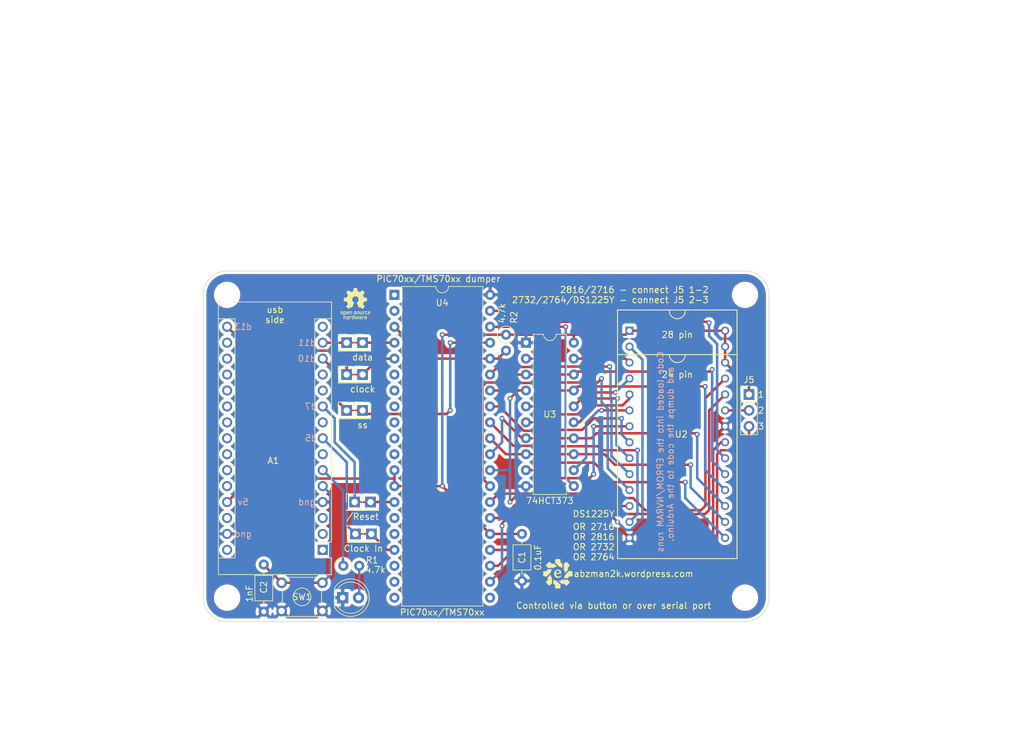
<source format=kicad_pcb>
(kicad_pcb (version 20211014) (generator pcbnew)
  (layers (0 "F.Cu" signal) (31 "B.Cu" signal) (34 "B.Paste" user) (35 "F.Paste" user) (36 "B.SilkS" user "B.Silkscreen") (37 "F.SilkS" user "F.Silkscreen") (38 "B.Mask" user) (39 "F.Mask" user) (44 "Edge.Cuts" user))
  (net 0 "")
  (net 7 "GND")
  (net 9 "Net-(A1-Pad5)")
  (net 11 "Net-(A1-Pad6)")
  (net 20 "{slash}INT1")
  (net 25 "{slash}RESET")
  (net 26 "XTAL2")
  (net 27 "B1")
  (net 28 "B2")
  (net 29 "D3")
  (net 30 "B5")
  (net 31 "B0")
  (net 32 "D5")
  (net 33 "D6")
  (net 34 "B4")
  (net 35 "Addr0")
  (net 36 "Addr4")
  (net 37 "C0")
  (net 38 "C4")
  (net 39 "C1")
  (net 40 "C5")
  (net 41 "Addr1")
  (net 42 "Addr5")
  (net 43 "Addr2")
  (net 44 "Addr6")
  (net 45 "C2")
  (net 46 "C6")
  (net 47 "C3")
  (net 48 "C7")
  (net 49 "Addr3")
  (net 50 "Addr7")
  (net 51 "B7")
  (net 52 "D4")
  (net 53 "D2")
  (net 54 "A0")
  (net 55 "D1")
  (net 56 "A1")
  (net 57 "D0")
  (net 58 "A2")
  (net 59 "A3")
  (net 60 "A4")
  (net 61 "A7")
  (net 62 "A6")
  (net 63 "A5")
  (net 64 "B3")
  (net 65 "XTAL1")
  (net 66 "D7")
  (net 67 "B6")
  (net 68 "Net-(J5-Pad2)")
  (net 69 "Net-(D1-Pad2)")
  (footprint "Button_Switch_THT:SW_TH_Tactile_Omron_B3F-10xx" (layer "F.Cu") (at 93.293 148.808 180)
    (fp_text reference "SW1" (at 3.25 2.25) (layer "F.SilkS"))
    (fp_text value "SW_MEC_5E")
    (pad "1" thru_hole circle locked (at 0 0 180) (size 1.7 1.7) (drill 1) (layers *.Cu *.Mask) (net 7 "GND"))
    (pad "2" thru_hole circle locked (at 6.5 0 180) (size 1.7 1.7) (drill 1) (layers *.Cu *.Mask) (net 7 "GND"))
    (pad "3" thru_hole circle locked (at 0 4.5 180) (size 1.7 1.7) (drill 1) (layers *.Cu *.Mask) (net 9 "Net-(A1-Pad5)"))
    (pad "4" thru_hole circle locked (at 6.5 4.5 180) (size 1.7 1.7) (drill 1) (layers *.Cu *.Mask) (net 9 "Net-(A1-Pad5)"))
  )
  (footprint "Package_DIP:DIP-40_W15.24mm" (layer "F.Cu") (at 104.77 98.43)
    (fp_text reference "U4" (at 7.62 1.265) (layer "F.SilkS"))
    (fp_text value "PIC70xx/TMS70xx" (at 7.62 50.59) (layer "F.SilkS"))
    (pad "1" thru_hole rect locked (at 0 0) (size 1.6 1.6) (drill 0.8) (layers *.Cu *.Mask) (net 30 "B5"))
    (pad "2" thru_hole oval locked (at 0 2.54) (size 1.6 1.6) (drill 0.8) (layers *.Cu *.Mask) (net 51 "B7"))
    (pad "3" thru_hole oval locked (at 0 5.08) (size 1.6 1.6) (drill 0.8) (layers *.Cu *.Mask) (net 31 "B0"))
    (pad "4" thru_hole oval locked (at 0 7.62) (size 1.6 1.6) (drill 0.8) (layers *.Cu *.Mask) (net 27 "B1"))
    (pad "5" thru_hole oval locked (at 0 10.16) (size 1.6 1.6) (drill 0.8) (layers *.Cu *.Mask) (net 28 "B2"))
    (pad "6" thru_hole oval locked (at 0 12.7) (size 1.6 1.6) (drill 0.8) (layers *.Cu *.Mask) (net 54 "A0"))
    (pad "7" thru_hole oval locked (at 0 15.24) (size 1.6 1.6) (drill 0.8) (layers *.Cu *.Mask) (net 56 "A1"))
    (pad "8" thru_hole oval locked (at 0 17.78) (size 1.6 1.6) (drill 0.8) (layers *.Cu *.Mask) (net 58 "A2"))
    (pad "9" thru_hole oval locked (at 0 20.32) (size 1.6 1.6) (drill 0.8) (layers *.Cu *.Mask) (net 59 "A3"))
    (pad "10" thru_hole oval locked (at 0 22.86) (size 1.6 1.6) (drill 0.8) (layers *.Cu *.Mask) (net 60 "A4"))
    (pad "11" thru_hole oval locked (at 0 25.4) (size 1.6 1.6) (drill 0.8) (layers *.Cu *.Mask) (net 61 "A7"))
    (pad "12" thru_hole oval locked (at 0 27.94) (size 1.6 1.6) (drill 0.8) (layers *.Cu *.Mask) (net 20 "{slash}INT1"))
    (pad "13" thru_hole oval locked (at 0 30.48) (size 1.6 1.6) (drill 0.8) (layers *.Cu *.Mask) (net 20 "{slash}INT1"))
    (pad "14" thru_hole oval locked (at 0 33.02) (size 1.6 1.6) (drill 0.8) (layers *.Cu *.Mask) (net 25 "{slash}RESET"))
    (pad "15" thru_hole oval locked (at 0 35.56) (size 1.6 1.6) (drill 0.8) (layers *.Cu *.Mask) (net 62 "A6"))
    (pad "16" thru_hole oval locked (at 0 38.1) (size 1.6 1.6) (drill 0.8) (layers *.Cu *.Mask) (net 63 "A5"))
    (pad "17" thru_hole oval locked (at 0 40.64) (size 1.6 1.6) (drill 0.8) (layers *.Cu *.Mask) (net 26 "XTAL2"))
    (pad "18" thru_hole oval locked (at 0 43.18) (size 1.6 1.6) (drill 0.8) (layers *.Cu *.Mask) (net 65 "XTAL1"))
    (pad "19" thru_hole oval locked (at 0 45.72) (size 1.6 1.6) (drill 0.8) (layers *.Cu *.Mask) (net 66 "D7"))
    (pad "20" thru_hole oval locked (at 0 48.26) (size 1.6 1.6) (drill 0.8) (layers *.Cu *.Mask) (net 33 "D6"))
    (pad "21" thru_hole oval locked (at 15.24 48.26) (size 1.6 1.6) (drill 0.8) (layers *.Cu *.Mask) (net 32 "D5"))
    (pad "22" thru_hole oval locked (at 15.24 45.72) (size 1.6 1.6) (drill 0.8) (layers *.Cu *.Mask) (net 52 "D4"))
    (pad "23" thru_hole oval locked (at 15.24 43.18) (size 1.6 1.6) (drill 0.8) (layers *.Cu *.Mask) (net 29 "D3"))
    (pad "24" thru_hole oval locked (at 15.24 40.64) (size 1.6 1.6) (drill 0.8) (layers *.Cu *.Mask) (net 53 "D2"))
    (pad "25" thru_hole oval locked (at 15.24 38.1) (size 1.6 1.6) (drill 0.8) (layers *.Cu *.Mask) (net 20 "{slash}INT1"))
    (pad "26" thru_hole oval locked (at 15.24 35.56) (size 1.6 1.6) (drill 0.8) (layers *.Cu *.Mask) (net 55 "D1"))
    (pad "27" thru_hole oval locked (at 15.24 33.02) (size 1.6 1.6) (drill 0.8) (layers *.Cu *.Mask) (net 57 "D0"))
    (pad "28" thru_hole oval locked (at 15.24 30.48) (size 1.6 1.6) (drill 0.8) (layers *.Cu *.Mask) (net 37 "C0"))
    (pad "29" thru_hole oval locked (at 15.24 27.94) (size 1.6 1.6) (drill 0.8) (layers *.Cu *.Mask) (net 39 "C1"))
    (pad "30" thru_hole oval locked (at 15.24 25.4) (size 1.6 1.6) (drill 0.8) (layers *.Cu *.Mask) (net 45 "C2"))
    (pad "31" thru_hole oval locked (at 15.24 22.86) (size 1.6 1.6) (drill 0.8) (layers *.Cu *.Mask) (net 47 "C3"))
    (pad "32" thru_hole oval locked (at 15.24 20.32) (size 1.6 1.6) (drill 0.8) (layers *.Cu *.Mask) (net 38 "C4"))
    (pad "33" thru_hole oval locked (at 15.24 17.78) (size 1.6 1.6) (drill 0.8) (layers *.Cu *.Mask) (net 40 "C5"))
    (pad "34" thru_hole oval locked (at 15.24 15.24) (size 1.6 1.6) (drill 0.8) (layers *.Cu *.Mask) (net 46 "C6"))
    (pad "35" thru_hole oval locked (at 15.24 12.7) (size 1.6 1.6) (drill 0.8) (layers *.Cu *.Mask) (net 48 "C7"))
    (pad "36" thru_hole oval locked (at 15.24 10.16) (size 1.6 1.6) (drill 0.8) (layers *.Cu *.Mask) (net 31 "B0"))
    (pad "37" thru_hole oval locked (at 15.24 7.62) (size 1.6 1.6) (drill 0.8) (layers *.Cu *.Mask) (net 64 "B3"))
    (pad "38" thru_hole oval locked (at 15.24 5.08) (size 1.6 1.6) (drill 0.8) (layers *.Cu *.Mask) (net 34 "B4"))
    (pad "39" thru_hole oval locked (at 15.24 2.54) (size 1.6 1.6) (drill 0.8) (layers *.Cu *.Mask) (net 67 "B6"))
    (pad "40" thru_hole oval locked (at 15.24 0) (size 1.6 1.6) (drill 0.8) (layers *.Cu *.Mask) (net 7 "GND"))
  )
  (footprint "Evan's misc parts:OSHW gear" (layer "F.Cu") (at 98.552 99.822)
    (fp_text reference "G***" hide)
    (fp_text value "LOGO" hide)
  )
  (footprint "Module:Arduino_Nano" (layer "F.Cu") (at 93.345 139.065 180)
    (fp_text reference "A1" (at 7.874 14.224) (layer "F.SilkS"))
    (fp_text value "Arduino_Nano_v3.x")
    (pad "1" thru_hole rect locked (at 0 0 180) (size 1.6 1.6) (drill 1) (layers *.Cu *.Mask))
    (pad "2" thru_hole oval locked (at 0 2.54 180) (size 1.6 1.6) (drill 1) (layers *.Cu *.Mask))
    (pad "3" thru_hole oval locked (at 0 5.08 180) (size 1.6 1.6) (drill 1) (layers *.Cu *.Mask))
    (pad "4" thru_hole oval locked (at 0 7.62 180) (size 1.6 1.6) (drill 1) (layers *.Cu *.Mask) (net 7 "GND"))
    (pad "5" thru_hole oval locked (at 0 10.16 180) (size 1.6 1.6) (drill 1) (layers *.Cu *.Mask) (net 9 "Net-(A1-Pad5)"))
    (pad "6" thru_hole oval locked (at 0 12.7 180) (size 1.6 1.6) (drill 1) (layers *.Cu *.Mask) (net 11 "Net-(A1-Pad6)"))
    (pad "7" thru_hole oval locked (at 0 15.24 180) (size 1.6 1.6) (drill 1) (layers *.Cu *.Mask))
    (pad "8" thru_hole oval locked (at 0 17.78 180) (size 1.6 1.6) (drill 1) (layers *.Cu *.Mask) (net 26 "XTAL2"))
    (pad "9" thru_hole oval locked (at 0 20.32 180) (size 1.6 1.6) (drill 1) (layers *.Cu *.Mask))
    (pad "10" thru_hole oval locked (at 0 22.86 180) (size 1.6 1.6) (drill 1) (layers *.Cu *.Mask) (net 25 "{slash}RESET"))
    (pad "11" thru_hole oval locked (at 0 25.4 180) (size 1.6 1.6) (drill 1) (layers *.Cu *.Mask))
    (pad "12" thru_hole oval locked (at 0 27.94 180) (size 1.6 1.6) (drill 1) (layers *.Cu *.Mask))
    (pad "13" thru_hole oval locked (at 0 30.48 180) (size 1.6 1.6) (drill 1) (layers *.Cu *.Mask) (net 64 "B3"))
    (pad "14" thru_hole oval locked (at 0 33.02 180) (size 1.6 1.6) (drill 1) (layers *.Cu *.Mask) (net 27 "B1"))
    (pad "15" thru_hole oval locked (at 0 35.56 180) (size 1.6 1.6) (drill 1) (layers *.Cu *.Mask))
    (pad "16" thru_hole oval locked (at 15.24 35.56 180) (size 1.6 1.6) (drill 1) (layers *.Cu *.Mask) (net 28 "B2"))
    (pad "17" thru_hole oval locked (at 15.24 33.02 180) (size 1.6 1.6) (drill 1) (layers *.Cu *.Mask))
    (pad "18" thru_hole oval locked (at 15.24 30.48 180) (size 1.6 1.6) (drill 1) (layers *.Cu *.Mask))
    (pad "19" thru_hole oval locked (at 15.24 27.94 180) (size 1.6 1.6) (drill 1) (layers *.Cu *.Mask))
    (pad "20" thru_hole oval locked (at 15.24 25.4 180) (size 1.6 1.6) (drill 1) (layers *.Cu *.Mask))
    (pad "21" thru_hole oval locked (at 15.24 22.86 180) (size 1.6 1.6) (drill 1) (layers *.Cu *.Mask))
    (pad "22" thru_hole oval locked (at 15.24 20.32 180) (size 1.6 1.6) (drill 1) (layers *.Cu *.Mask))
    (pad "23" thru_hole oval locked (at 15.24 17.78 180) (size 1.6 1.6) (drill 1) (layers *.Cu *.Mask))
    (pad "24" thru_hole oval locked (at 15.24 15.24 180) (size 1.6 1.6) (drill 1) (layers *.Cu *.Mask))
    (pad "25" thru_hole oval locked (at 15.24 12.7 180) (size 1.6 1.6) (drill 1) (layers *.Cu *.Mask))
    (pad "26" thru_hole oval locked (at 15.24 10.16 180) (size 1.6 1.6) (drill 1) (layers *.Cu *.Mask))
    (pad "27" thru_hole oval locked (at 15.24 7.62 180) (size 1.6 1.6) (drill 1) (layers *.Cu *.Mask) (net 20 "{slash}INT1"))
    (pad "28" thru_hole oval locked (at 15.24 5.08 180) (size 1.6 1.6) (drill 1) (layers *.Cu *.Mask))
    (pad "29" thru_hole oval locked (at 15.24 2.54 180) (size 1.6 1.6) (drill 1) (layers *.Cu *.Mask) (net 7 "GND"))
    (pad "30" thru_hole oval locked (at 15.24 0 180) (size 1.6 1.6) (drill 1) (layers *.Cu *.Mask))
  )
  (footprint "Connector_PinHeader_2.54mm:PinHeader_1x01_P2.54mm_Vertical" (layer "F.Cu") (at 97.155 111.125)
    (fp_text reference "J6" hide)
    (fp_text value "arduino 13")
    (pad "1" thru_hole rect locked (at 0 0) (size 1.7 1.7) (drill 1) (layers *.Cu *.Mask) (net 28 "B2"))
  )
  (footprint "Evan's misc parts:Evan Logo" (layer "F.Cu") (at 130.81 142.875)
    (fp_text reference "G***" hide)
    (fp_text value "LOGO" hide)
  )
  (footprint "Connector_PinHeader_2.54mm:PinHeader_1x01_P2.54mm_Vertical" (layer "F.Cu") (at 101.092 136.525)
    (fp_text reference "J2" hide)
    (fp_text value "Clock In" (at -1.27 2.33) (layer "F.SilkS"))
    (pad "1" thru_hole rect locked (at 0 0) (size 1.7 1.7) (drill 1) (layers *.Cu *.Mask) (net 26 "XTAL2"))
  )
  (footprint "Connector_PinHeader_2.54mm:PinHeader_1x01_P2.54mm_Vertical" (layer "F.Cu") (at 98.552 136.525)
    (fp_text reference "J8" hide)
    (fp_text value "arduino 5")
    (pad "1" thru_hole rect locked (at 0 0) (size 1.7 1.7) (drill 1) (layers *.Cu *.Mask) (net 26 "XTAL2"))
  )
  (footprint "Connector_PinHeader_2.54mm:PinHeader_1x01_P2.54mm_Vertical" (layer "F.Cu") (at 97.155 116.84)
    (fp_text reference "J10" hide)
    (fp_text value "arduino 10")
    (pad "1" thru_hole rect locked (at 0 0) (size 1.7 1.7) (drill 1) (layers *.Cu *.Mask) (net 64 "B3"))
  )
  (footprint "Resistor_THT:R_Axial_DIN0207_L6.3mm_D2.5mm_P2.54mm_Vertical" (layer "F.Cu") (at 96.618 141.605)
    (fp_text reference "R1" (at 4.601 -0.889) (layer "F.SilkS"))
    (fp_text value "4.7k" (at 5.109 0.635) (layer "F.SilkS"))
    (pad "1" thru_hole circle locked (at 0 0) (size 1.6 1.6) (drill 0.8) (layers *.Cu *.Mask) (net 11 "Net-(A1-Pad6)"))
    (pad "2" thru_hole oval locked (at 2.54 0) (size 1.6 1.6) (drill 0.8) (layers *.Cu *.Mask) (net 69 "Net-(D1-Pad2)"))
  )
  (footprint "Connector_PinHeader_2.54mm:PinHeader_1x01_P2.54mm_Vertical" (layer "F.Cu") (at 100.965 131.445)
    (fp_text reference "J1" hide)
    (fp_text value "/Reset" (at -1.27 2.33) (layer "F.SilkS"))
    (pad "1" thru_hole rect locked (at 0 0) (size 1.7 1.7) (drill 1) (layers *.Cu *.Mask) (net 25 "{slash}RESET"))
  )
  (footprint "Connector_PinHeader_2.54mm:PinHeader_1x01_P2.54mm_Vertical" (layer "F.Cu") (at 99.695 116.84)
    (fp_text reference "J11" hide)
    (fp_text value "ss" (at 0 2.33) (layer "F.SilkS"))
    (pad "1" thru_hole rect locked (at 0 0) (size 1.7 1.7) (drill 1) (layers *.Cu *.Mask) (net 64 "B3"))
  )
  (footprint "Evan's misc parts:21-0245A_28" (layer "F.Cu") (at 157.47 137.16)
    (fp_text reference "U2" (at -6.985 -16.51) (layer "F.SilkS"))
    (fp_text value "DS1225Y" (at -20.945 -3.81) (layer "F.SilkS"))
    (pad "1" thru_hole rect (at -15.24 -33.02) (size 1.2954 1.2954) (drill 0.7874) (layers *.Cu *.Mask) (net 20 "{slash}INT1"))
    (pad "2" thru_hole circle (at -15.24 -30.48) (size 1.2954 1.2954) (drill 0.7874) (layers *.Cu *.Mask) (net 52 "D4"))
    (pad "3" thru_hole circle (at -15.24 -27.94) (size 1.2954 1.2954) (drill 0.7874) (layers *.Cu *.Mask) (net 50 "Addr7"))
    (pad "4" thru_hole circle (at -15.24 -25.4) (size 1.2954 1.2954) (drill 0.7874) (layers *.Cu *.Mask) (net 44 "Addr6"))
    (pad "5" thru_hole circle (at -15.24 -22.86) (size 1.2954 1.2954) (drill 0.7874) (layers *.Cu *.Mask) (net 42 "Addr5"))
    (pad "6" thru_hole circle (at -15.24 -20.32) (size 1.2954 1.2954) (drill 0.7874) (layers *.Cu *.Mask) (net 36 "Addr4"))
    (pad "7" thru_hole circle (at -15.24 -17.78) (size 1.2954 1.2954) (drill 0.7874) (layers *.Cu *.Mask) (net 49 "Addr3"))
    (pad "8" thru_hole circle (at -15.24 -15.24) (size 1.2954 1.2954) (drill 0.7874) (layers *.Cu *.Mask) (net 43 "Addr2"))
    (pad "9" thru_hole circle (at -15.24 -12.7) (size 1.2954 1.2954) (drill 0.7874) (layers *.Cu *.Mask) (net 41 "Addr1"))
    (pad "10" thru_hole circle (at -15.24 -10.16) (size 1.2954 1.2954) (drill 0.7874) (layers *.Cu *.Mask) (net 35 "Addr0"))
    (pad "11" thru_hole circle (at -15.24 -7.62) (size 1.2954 1.2954) (drill 0.7874) (layers *.Cu *.Mask) (net 37 "C0"))
    (pad "12" thru_hole circle (at -15.24 -5.08) (size 1.2954 1.2954) (drill 0.7874) (layers *.Cu *.Mask) (net 39 "C1"))
    (pad "13" thru_hole circle (at -15.24 -2.54) (size 1.2954 1.2954) (drill 0.7874) (layers *.Cu *.Mask) (net 45 "C2"))
    (pad "14" thru_hole circle (at -15.24 0) (size 1.2954 1.2954) (drill 0.7874) (layers *.Cu *.Mask) (net 7 "GND"))
    (pad "15" thru_hole circle (at 0 0) (size 1.2954 1.2954) (drill 0.7874) (layers *.Cu *.Mask) (net 47 "C3"))
    (pad "16" thru_hole circle (at 0 -2.54) (size 1.2954 1.2954) (drill 0.7874) (layers *.Cu *.Mask) (net 38 "C4"))
    (pad "17" thru_hole circle (at 0 -5.08) (size 1.2954 1.2954) (drill 0.7874) (layers *.Cu *.Mask) (net 40 "C5"))
    (pad "18" thru_hole circle (at 0 -7.62) (size 1.2954 1.2954) (drill 0.7874) (layers *.Cu *.Mask) (net 46 "C6"))
    (pad "19" thru_hole circle (at 0 -10.16) (size 1.2954 1.2954) (drill 0.7874) (layers *.Cu *.Mask) (net 48 "C7"))
    (pad "20" thru_hole circle (at 0 -12.7) (size 1.2954 1.2954) (drill 0.7874) (layers *.Cu *.Mask) (net 67 "B6"))
    (pad "21" thru_hole circle (at 0 -15.24) (size 1.2954 1.2954) (drill 0.7874) (layers *.Cu *.Mask) (net 53 "D2"))
    (pad "22" thru_hole circle (at 0 -17.78) (size 1.2954 1.2954) (drill 0.7874) (layers *.Cu *.Mask) (net 7 "GND"))
    (pad "23" thru_hole circle (at 0 -20.32) (size 1.2954 1.2954) (drill 0.7874) (layers *.Cu *.Mask) (net 68 "Net-(J5-Pad2)"))
    (pad "24" thru_hole circle (at 0 -22.86) (size 1.2954 1.2954) (drill 0.7874) (layers *.Cu *.Mask) (net 55 "D1"))
    (pad "25" thru_hole circle (at 0 -25.4) (size 1.2954 1.2954) (drill 0.7874) (layers *.Cu *.Mask) (net 57 "D0"))
    (pad "26" thru_hole circle (at 0 -27.94) (size 1.2954 1.2954) (drill 0.7874) (layers *.Cu *.Mask) (net 20 "{slash}INT1"))
    (pad "27" thru_hole circle (at 0 -30.48) (size 1.2954 1.2954) (drill 0.7874) (layers *.Cu *.Mask) (net 20 "{slash}INT1"))
    (pad "28" thru_hole circle (at 0 -33.02) (size 1.2954 1.2954) (drill 0.7874) (layers *.Cu *.Mask) (net 20 "{slash}INT1"))
  )
  (footprint "Connector_PinHeader_2.54mm:PinHeader_1x01_P2.54mm_Vertical" (layer "F.Cu") (at 99.695 111.125)
    (fp_text reference "J4" hide)
    (fp_text value "clock" (at 0 2.33) (layer "F.SilkS"))
    (pad "1" thru_hole rect locked (at 0 0) (size 1.7 1.7) (drill 1) (layers *.Cu *.Mask) (net 28 "B2"))
  )
  (footprint "Connector_PinHeader_2.54mm:PinHeader_1x01_P2.54mm_Vertical" (layer "F.Cu") (at 97.155 106.045)
    (fp_text reference "J7" hide)
    (fp_text value "arduino 11")
    (pad "1" thru_hole rect locked (at 0 0) (size 1.7 1.7) (drill 1) (layers *.Cu *.Mask) (net 27 "B1"))
  )
  (footprint "MountingHole:MountingHole_3.2mm_M3" (layer "F.Cu") (at 78.105 98.425)
    (fp_text reference "REF**" hide)
    (fp_text value "MountingHole_3.2mm_M3")
    (pad "" np_thru_hole circle locked (at 0 0) (size 3.2 3.2) (drill 3.2) (layers *.Cu *.Mask))
  )
  (footprint "Capacitor_THT:C_Axial_L3.8mm_D2.6mm_P7.50mm_Horizontal" (layer "F.Cu") (at 125.095 136.525 -90)
    (fp_text reference "C1" (at 3.75 0 90) (layer "F.SilkS"))
    (fp_text value "0.1uF" (at 3.75 -2.54 90) (layer "F.SilkS"))
    (pad "1" thru_hole circle locked (at 0 0 270) (size 1.6 1.6) (drill 0.8) (layers *.Cu *.Mask) (net 20 "{slash}INT1"))
    (pad "2" thru_hole oval locked (at 7.5 0 270) (size 1.6 1.6) (drill 0.8) (layers *.Cu *.Mask) (net 7 "GND"))
  )
  (footprint "MountingHole:MountingHole_3.2mm_M3" (layer "F.Cu") (at 160.645 146.685)
    (fp_text reference "REF**" hide)
    (fp_text value "MountingHole_3.2mm_M3")
    (pad "" np_thru_hole circle locked (at 0 0) (size 3.2 3.2) (drill 3.2) (layers *.Cu *.Mask))
  )
  (footprint "Package_DIP:DIP-20_W7.62mm" (layer "F.Cu") (at 125.73 106.045)
    (fp_text reference "U3" (at 3.81 11.425) (layer "F.SilkS"))
    (fp_text value "74HCT373" (at 3.81 25.19) (layer "F.SilkS"))
    (pad "1" thru_hole rect locked (at 0 0) (size 1.6 1.6) (drill 0.8) (layers *.Cu *.Mask) (net 7 "GND"))
    (pad "2" thru_hole oval locked (at 0 2.54) (size 1.6 1.6) (drill 0.8) (layers *.Cu *.Mask) (net 35 "Addr0"))
    (pad "3" thru_hole oval locked (at 0 5.08) (size 1.6 1.6) (drill 0.8) (layers *.Cu *.Mask) (net 37 "C0"))
    (pad "4" thru_hole oval locked (at 0 7.62) (size 1.6 1.6) (drill 0.8) (layers *.Cu *.Mask) (net 39 "C1"))
    (pad "5" thru_hole oval locked (at 0 10.16) (size 1.6 1.6) (drill 0.8) (layers *.Cu *.Mask) (net 41 "Addr1"))
    (pad "6" thru_hole oval locked (at 0 12.7) (size 1.6 1.6) (drill 0.8) (layers *.Cu *.Mask) (net 43 "Addr2"))
    (pad "7" thru_hole oval locked (at 0 15.24) (size 1.6 1.6) (drill 0.8) (layers *.Cu *.Mask) (net 45 "C2"))
    (pad "8" thru_hole oval locked (at 0 17.78) (size 1.6 1.6) (drill 0.8) (layers *.Cu *.Mask) (net 47 "C3"))
    (pad "9" thru_hole oval locked (at 0 20.32) (size 1.6 1.6) (drill 0.8) (layers *.Cu *.Mask) (net 49 "Addr3"))
    (pad "10" thru_hole oval locked (at 0 22.86) (size 1.6 1.6) (drill 0.8) (layers *.Cu *.Mask) (net 7 "GND"))
    (pad "11" thru_hole oval locked (at 7.62 22.86) (size 1.6 1.6) (drill 0.8) (layers *.Cu *.Mask) (net 34 "B4"))
    (pad "12" thru_hole oval locked (at 7.62 20.32) (size 1.6 1.6) (drill 0.8) (layers *.Cu *.Mask) (net 36 "Addr4"))
    (pad "13" thru_hole oval locked (at 7.62 17.78) (size 1.6 1.6) (drill 0.8) (layers *.Cu *.Mask) (net 38 "C4"))
    (pad "14" thru_hole oval locked (at 7.62 15.24) (size 1.6 1.6) (drill 0.8) (layers *.Cu *.Mask) (net 40 "C5"))
    (pad "15" thru_hole oval locked (at 7.62 12.7) (size 1.6 1.6) (drill 0.8) (layers *.Cu *.Mask) (net 42 "Addr5"))
    (pad "16" thru_hole oval locked (at 7.62 10.16) (size 1.6 1.6) (drill 0.8) (layers *.Cu *.Mask) (net 44 "Addr6"))
    (pad "17" thru_hole oval locked (at 7.62 7.62) (size 1.6 1.6) (drill 0.8) (layers *.Cu *.Mask) (net 46 "C6"))
    (pad "18" thru_hole oval locked (at 7.62 5.08) (size 1.6 1.6) (drill 0.8) (layers *.Cu *.Mask) (net 48 "C7"))
    (pad "19" thru_hole oval locked (at 7.62 2.54) (size 1.6 1.6) (drill 0.8) (layers *.Cu *.Mask) (net 50 "Addr7"))
    (pad "20" thru_hole oval locked (at 7.62 0) (size 1.6 1.6) (drill 0.8) (layers *.Cu *.Mask) (net 20 "{slash}INT1"))
  )
  (footprint "Connector_PinHeader_2.54mm:PinHeader_1x01_P2.54mm_Vertical" (layer "F.Cu") (at 99.695 106.045)
    (fp_text reference "J3" hide)
    (fp_text value "data" (at 0 2.33) (layer "F.SilkS"))
    (pad "1" thru_hole rect locked (at 0 0) (size 1.7 1.7) (drill 1) (layers *.Cu *.Mask) (net 27 "B1"))
  )
  (footprint "Connector_PinHeader_2.54mm:PinHeader_1x03_P2.54mm_Vertical" (layer "F.Cu") (at 161.28 114.3)
    (fp_text reference "J5" (at 0 -2.33) (layer "F.SilkS"))
    (fp_text value "2816 /WR disconnect")
    (pad "1" thru_hole rect locked (at 0 0) (size 1.7 1.7) (drill 1) (layers *.Cu *.Mask) (net 20 "{slash}INT1"))
    (pad "2" thru_hole oval locked (at 0 2.54) (size 1.7 1.7) (drill 1) (layers *.Cu *.Mask) (net 68 "Net-(J5-Pad2)"))
    (pad "3" thru_hole oval locked (at 0 5.08) (size 1.7 1.7) (drill 1) (layers *.Cu *.Mask) (net 29 "D3"))
  )
  (footprint "LED_THT:LED_D5.0mm" (layer "F.Cu") (at 96.515 146.685)
    (fp_text reference "D1" hide)
    (fp_text value "LED")
    (pad "1" thru_hole rect locked (at 0 0) (size 1.8 1.8) (drill 0.9) (layers *.Cu *.Mask) (net 7 "GND"))
    (pad "2" thru_hole circle locked (at 2.54 0) (size 1.8 1.8) (drill 0.9) (layers *.Cu *.Mask) (net 69 "Net-(D1-Pad2)"))
  )
  (footprint "Resistor_THT:R_Axial_DIN0207_L6.3mm_D2.5mm_P2.54mm_Vertical" (layer "F.Cu") (at 122.555 104.775 -90)
    (fp_text reference "R2" (at -2.765 -1.27 90) (layer "F.SilkS"))
    (fp_text value "4.7k" (at -3.4 0.635 90) (layer "F.SilkS"))
    (pad "1" thru_hole circle locked (at 0 0 270) (size 1.6 1.6) (drill 0.8) (layers *.Cu *.Mask) (net 20 "{slash}INT1"))
    (pad "2" thru_hole oval locked (at 2.54 0 270) (size 1.6 1.6) (drill 0.8) (layers *.Cu *.Mask) (net 31 "B0"))
  )
  (footprint "Capacitor_THT:C_Axial_L3.8mm_D2.6mm_P7.50mm_Horizontal" (layer "F.Cu") (at 83.947 148.911 90)
    (fp_text reference "C2" (at 3.877 0 90) (layer "F.SilkS"))
    (fp_text value "1nF" (at 2.861 -2.286 90) (layer "F.SilkS"))
    (pad "1" thru_hole circle locked (at 0 0 90) (size 1.6 1.6) (drill 0.8) (layers *.Cu *.Mask) (net 7 "GND"))
    (pad "2" thru_hole oval locked (at 7.5 0 90) (size 1.6 1.6) (drill 0.8) (layers *.Cu *.Mask) (net 9 "Net-(A1-Pad5)"))
  )
  (footprint "MountingHole:MountingHole_3.2mm_M3" (layer "F.Cu") (at 160.645 98.425)
    (fp_text reference "REF**" hide)
    (fp_text value "MountingHole_3.2mm_M3")
    (pad "" np_thru_hole circle locked (at 0 0) (size 3.2 3.2) (drill 3.2) (layers *.Cu *.Mask))
  )
  (footprint "MountingHole:MountingHole_3.2mm_M3" (layer "F.Cu") (at 78.105 146.685)
    (fp_text reference "REF**" hide)
    (fp_text value "MountingHole_3.2mm_M3")
    (pad "" np_thru_hole circle locked (at 0 0) (size 3.2 3.2) (drill 3.2) (layers *.Cu *.Mask))
  )
  (footprint "Connector_PinHeader_2.54mm:PinHeader_1x01_P2.54mm_Vertical" (layer "F.Cu") (at 98.425 131.445)
    (fp_text reference "J9" hide)
    (fp_text value "arduino 7")
    (pad "1" thru_hole rect locked (at 0 0) (size 1.7 1.7) (drill 1) (layers *.Cu *.Mask) (net 25 "{slash}RESET"))
  )
  (gr_line (start 140.325 107.95) (end 159.375 107.95) (layer "F.SilkS") (width 0.15))
  (gr_arc (start 151.12 100.965) (mid 149.85 102.235) (end 148.58 100.965) (layer "F.SilkS") (width 0.15))
  (gr_arc (start 151.12 107.95) (mid 149.85 109.22) (end 148.58 107.95) (layer "F.SilkS") (width 0.15))
  (gr_line (start 78.105 94.615) (end 160.645 94.615) (layer "Edge.Cuts") (width 0.1))
  (gr_arc (start 160.645 94.615) (mid 163.339077 95.730923) (end 164.455 98.425) (layer "Edge.Cuts") (width 0.1))
  (gr_arc (start 164.455 146.685) (mid 163.339077 149.379077) (end 160.645 150.495) (layer "Edge.Cuts") (width 0.1))
  (gr_line (start 74.295 146.685) (end 74.295 98.425) (layer "Edge.Cuts") (width 0.1))
  (gr_line (start 160.645 150.495) (end 78.105 150.495) (layer "Edge.Cuts") (width 0.1))
  (gr_arc (start 78.105 150.495) (mid 75.410923 149.379077) (end 74.295 146.685) (layer "Edge.Cuts") (width 0.1))
  (gr_line (start 164.455 146.685) (end 164.455 98.425) (layer "Edge.Cuts") (width 0.1))
  (gr_arc (start 74.295 98.425) (mid 75.410923 95.730923) (end 78.105 94.615) (layer "Edge.Cuts") (width 0.1))
  (gr_text "gnd" (at 80.645 136.525) (layer "B.SilkS") (effects (font (size 1 1)) (justify mirror)))
  (gr_text "d13" (at 80.645 103.505) (layer "B.SilkS") (effects (font (size 1 1)) (justify mirror)))
  (gr_text "d11" (at 90.805 106.045) (layer "B.SilkS") (effects (font (size 1 1)) (justify mirror)))
  (gr_text "d10" (at 90.805 108.585) (layer "B.SilkS") (effects (font (size 1 1)) (justify mirror)))
  (gr_text "d5" (at 91.44 121.285) (layer "B.SilkS") (effects (font (size 1 1)) (justify mirror)))
  (gr_text "gnd" (at 90.805 131.445) (layer "B.SilkS") (effects (font (size 1 1)) (justify mirror)))
  (gr_text "d7" (at 91.44 116.205) (layer "B.SilkS") (effects (font (size 1 1)) (justify mirror)))
  (gr_text "5v" (at 80.645 131.445) (layer "B.SilkS") (effects (font (size 1 1)) (justify mirror)))
  (gr_text "Code loaded into the EPROM/NVRAM runs \nand dumps the code to the Arduino." (at 147.955 123.825 90) (layer "B.SilkS") (effects (font (size 1 1)) (justify mirror)))
  (gr_text "3" (at 163.185 119.38) (layer "F.SilkS") (effects (font (size 1 1))))
  (gr_text "1" (at 163.185 114.3) (layer "F.SilkS") (effects (font (size 1 1))))
  (gr_text "2" (at 163.185 116.84) (layer "F.SilkS") (effects (font (size 1 1))))
  (gr_text "abzman2k.wordpress.com" (at 142.875 142.875) (layer "F.SilkS") (effects (font (size 1 1))))
  (gr_text "PIC70xx/TMS70xx dumper" (at 111.76 95.885) (layer "F.SilkS") (effects (font (size 1 1))))
  (gr_text "usb\nside" (at 85.725 101.6) (layer "F.SilkS") (effects (font (size 1 1))))
  (gr_text "2816/2716 - connect J5 1-2\n2732/2764/DS1225Y - connect J5 2-3" (at 154.94 98.425) (layer "F.SilkS") (effects (font (size 1 1)) (justify right)))
  (gr_text "28 pin" (at 149.85 104.775) (layer "F.SilkS") (effects (font (size 1 1))))
  (gr_text "24 pin" (at 149.85 111.125) (layer "F.SilkS") (effects (font (size 1 1))))
  (gr_text "OR 2716\nOR 2816\nOR 2732\nOR 2764" (at 136.525 137.795) (layer "F.SilkS") (effects (font (size 1 1))))
  (gr_text "Controlled via button or over serial port" (at 139.7 147.955) (layer "F.SilkS") (effects (font (size 1 1))))
  (segment (start 86.793 144.308) (end 83.947 141.462) (width 0.4) (layer "F.Cu") (net 9))
  (segment (start 93.293 144.308) (end 86.793 144.308) (width 0.4) (layer "F.Cu") (net 9))
  (segment (start 83.947 141.462) (end 83.947 141.411) (width 0.4) (layer "F.Cu") (net 9))
  (segment (start 94.544511 143.056489) (end 93.293 144.308) (width 0.4) (layer "B.Cu") (net 9))
  (segment (start 94.544511 130.104511) (end 94.544511 143.056489) (width 0.4) (layer "B.Cu") (net 9))
  (segment (start 93.345 128.905) (end 94.544511 130.104511) (width 0.4) (layer "B.Cu") (net 9))
  (segment (start 96.575969 141.562969) (end 96.618 141.605) (width 0.4) (layer "B.Cu") (net 11))
  (segment (start 93.345 126.365) (end 96.575969 129.595969) (width 0.4) (layer "B.Cu") (net 11))
  (segment (start 96.575969 129.595969) (end 96.575969 141.562969) (width 0.4) (layer "B.Cu") (net 11))
  (segment (start 104.77 128.91) (end 104.77 127.64) (width 0.4) (layer "F.Cu") (net 20))
  (segment (start 157.47 109.22) (end 161.28 113.03) (width 0.4) (layer "F.Cu") (net 20))
  (segment (start 104.77 127.64) (end 104.704511 127.705489) (width 0.4) (layer "F.Cu") (net 20))
  (segment (start 116.145 132.655) (end 116.145 132.665) (width 0.4) (layer "F.Cu") (net 20))
  (segment (start 112.4 128.91) (end 104.77 128.91) (width 0.4) (layer "F.Cu") (net 20))
  (segment (start 112.395 104.775) (end 128.905 104.775) (width 0.4) (layer "F.Cu") (net 20))
  (segment (start 142.23 104.14) (end 157.47 104.14) (width 0.4) (layer "F.Cu") (net 20))
  (segment (start 104.77 127.64) (end 104.77 126.37) (width 0.4) (layer "F.Cu") (net 20))
  (segment (start 116.145 132.665) (end 120.01 136.53) (width 0.4) (layer "F.Cu") (net 20))
  (segment (start 157.47 109.22) (end 157.47 106.68) (width 0.4) (layer "F.Cu") (net 20))
  (segment (start 81.844511 127.705489) (end 78.105 131.445) (width 0.4) (layer "F.Cu") (net 20))
  (segment (start 128.905 104.775) (end 141.595 104.775) (width 0.4) (layer "F.Cu") (net 20))
  (segment (start 133.35 106.045) (end 133.35 104.785) (width 0.4) (layer "F.Cu") (net 20))
  (segment (start 161.28 113.03) (end 161.28 114.3) (width 0.4) (layer "F.Cu") (net 20))
  (segment (start 104.704511 127.705489) (end 81.844511 127.705489) (width 0.4) (layer "F.Cu") (net 20))
  (segment (start 157.47 106.68) (end 157.47 104.14) (width 0.4) (layer "F.Cu") (net 20))
  (segment (start 125.095 136.525) (end 120.015 136.525) (width 0.4) (layer "F.Cu") (net 20))
  (segment (start 141.660489 104.709511) (end 142.23 104.14) (width 0.4) (layer "F.Cu") (net 20))
  (segment (start 116.145 132.655) (end 112.4 128.91) (width 0.4) (layer "F.Cu") (net 20))
  (segment (start 141.595 104.775) (end 142.23 104.14) (width 0.4) (layer "F.Cu") (net 20))
  (via (at 112.4 128.91) (size 0.8) (drill 0.4) (layers "F.Cu" "B.Cu") (net 20))
  (via (at 112.395 104.775) (size 0.8) (drill 0.4) (layers "F.Cu" "B.Cu") (net 20))
  (segment (start 112.4 128.91) (end 112.395 128.905) (width 0.4) (layer "B.Cu") (net 20))
  (segment (start 112.395 128.905) (end 112.395 104.775) (width 0.4) (layer "B.Cu") (net 20))
  (segment (start 100.965 131.445) (end 104.765 131.445) (width 0.4) (layer "F.Cu") (net 25))
  (segment (start 98.425 131.445) (end 100.965 131.445) (width 0.25) (layer "F.Cu") (net 25))
  (segment (start 104.765 131.445) (end 104.77 131.45) (width 0.4) (layer "F.Cu") (net 25))
  (segment (start 98.425 125.095) (end 95.25 121.92) (width 0.4) (layer "B.Cu") (net 25))
  (segment (start 95.25 121.92) (end 95.25 118.11) (width 0.4) (layer "B.Cu") (net 25))
  (segment (start 95.25 118.11) (end 93.345 116.205) (width 0.4) (layer "B.Cu") (net 25))
  (segment (start 98.425 131.445) (end 98.425 125.095) (width 0.4) (layer "B.Cu") (net 25))
  (segment (start 101.092 136.525) (end 103.637 139.07) (width 0.4) (layer "F.Cu") (net 26))
  (segment (start 98.552 136.525) (end 101.092 136.525) (width 0.25) (layer "F.Cu") (net 26))
  (segment (start 104.765 139.065) (end 104.77 139.07) (width 0.4) (layer "F.Cu") (net 26))
  (segment (start 103.637 139.07) (end 104.77 139.07) (width 0.4) (layer "F.Cu") (net 26))
  (segment (start 97.175489 125.115489) (end 97.175489 135.148489) (width 0.4) (layer "B.Cu") (net 26))
  (segment (start 97.175489 135.148489) (end 98.552 136.525) (width 0.4) (layer "B.Cu") (net 26))
  (segment (start 93.345 121.285) (end 97.175489 125.115489) (width 0.4) (layer "B.Cu") (net 26))
  (segment (start 97.155 106.045) (end 99.695 106.045) (width 0.25) (layer "F.Cu") (net 27))
  (segment (start 104.77 106.05) (end 99.7 106.05) (width 0.4) (layer "F.Cu") (net 27))
  (segment (start 97.155 106.045) (end 93.345 106.045) (width 0.4) (layer "F.Cu") (net 27))
  (segment (start 99.7 106.05) (end 99.695 106.045) (width 0.4) (layer "F.Cu") (net 27))
  (segment (start 97.155 109.875) (end 94.595 107.315) (width 0.4) (layer "F.Cu") (net 28))
  (segment (start 97.155 111.125) (end 99.695 111.125) (width 0.25) (layer "F.Cu") (net 28))
  (segment (start 104.77 108.59) (end 102.23 108.59) (width 0.4) (layer "F.Cu") (net 28))
  (segment (start 97.155 111.125) (end 97.155 109.875) (width 0.4) (layer "F.Cu") (net 28))
  (segment (start 81.915 107.315) (end 78.105 103.505) (width 0.4) (layer "F.Cu") (net 28))
  (segment (start 102.23 108.59) (end 99.695 111.125) (width 0.4) (layer "F.Cu") (net 28))
  (segment (start 94.595 107.315) (end 81.915 107.315) (width 0.4) (layer "F.Cu") (net 28))
  (segment (start 161.28 119.38) (end 161.28 120.65) (width 0.4) (layer "F.Cu") (net 29))
  (segment (start 156.835 123.19) (end 156.2 123.825) (width 0.4) (layer "F.Cu") (net 29))
  (segment (start 154.705098 139.73548) (end 123.15452 139.73548) (width 0.4) (layer "F.Cu") (net 29))
  (segment (start 156.2 138.240578) (end 154.705098 139.73548) (width 0.4) (layer "F.Cu") (net 29))
  (segment (start 161.28 120.65) (end 158.74 123.19) (width 0.4) (layer "F.Cu") (net 29))
  (segment (start 121.28 141.61) (end 120.01 141.61) (width 0.4) (layer "F.Cu") (net 29))
  (segment (start 158.74 123.19) (end 156.835 123.19) (width 0.4) (layer "F.Cu") (net 29))
  (segment (start 156.2 123.825) (end 156.2 138.240578) (width 0.4) (layer "F.Cu") (net 29))
  (segment (start 123.15452 139.73548) (end 121.28 141.61) (width 0.4) (layer "F.Cu") (net 29))
  (segment (start 109.85 108.59) (end 104.77 103.51) (width 0.4) (layer "F.Cu") (net 31))
  (segment (start 121.28 108.59) (end 122.555 107.315) (width 0.4) (layer "F.Cu") (net 31))
  (segment (start 120.01 108.59) (end 121.28 108.59) (width 0.4) (layer "F.Cu") (net 31))
  (segment (start 120.01 108.59) (end 109.85 108.59) (width 0.4) (layer "F.Cu") (net 31))
  (segment (start 120.01 103.51) (end 132.065 103.51) (width 0.4) (layer "F.Cu") (net 34))
  (via (at 132.065 103.51) (size 0.8) (drill 0.4) (layers "F.Cu" "B.Cu") (net 34))
  (segment (start 132.065 103.51) (end 132.065 127.62) (width 0.4) (layer "B.Cu") (net 34))
  (segment (start 132.065 127.62) (end 133.35 128.905) (width 0.4) (layer "B.Cu") (net 34))
  (segment (start 128.905 108.585) (end 125.73 108.585) (width 0.4) (layer "F.Cu") (net 35))
  (segment (start 130.175 109.855) (end 128.905 108.585) (width 0.4) (layer "F.Cu") (net 35))
  (segment (start 139.055 109.855) (end 130.175 109.855) (width 0.4) (layer "F.Cu") (net 35))
  (via (at 139.055 109.855) (size 0.8) (drill 0.4) (layers "F.Cu" "B.Cu") (net 35))
  (segment (start 139.360978 124.130978) (end 139.360978 115.264022) (width 0.4) (layer "B.Cu") (net 35))
  (segment (start 139.360978 115.264022) (end 139.207989 115.111033) (width 0.4) (layer "B.Cu") (net 35))
  (segment (start 139.207989 110.007989) (end 139.055 109.855) (width 0.4) (layer "B.Cu") (net 35))
  (segment (start 139.207989 115.111033) (end 139.207989 110.007989) (width 0.4) (layer "B.Cu") (net 35))
  (segment (start 142.23 127) (end 139.360978 124.130978) (width 0.4) (layer "B.Cu") (net 35))
  (segment (start 137.785 116.84) (end 142.23 116.84) (width 0.4) (layer "F.Cu") (net 36))
  (via (at 137.785 116.84) (size 0.8) (drill 0.4) (layers "F.Cu" "B.Cu") (net 36))
  (segment (start 135.31466 118.81466) (end 137.28932 116.84) (width 0.4) (layer "B.Cu") (net 36))
  (segment (start 133.35 126.365) (end 135.31466 124.40034) (width 0.4) (layer "B.Cu") (net 36))
  (segment (start 135.31466 124.40034) (end 135.31466 118.81466) (width 0.4) (layer "B.Cu") (net 36))
  (segment (start 137.28932 116.84) (end 137.785 116.84) (width 0.4) (layer "B.Cu") (net 36))
  (segment (start 119.38 112.395) (end 121.92 112.395) (width 0.4) (layer "F.Cu") (net 37))
  (segment (start 128.895 111.125) (end 130.165 112.395) (width 0.4) (layer "F.Cu") (net 37))
  (segment (start 118.810489 112.964511) (end 119.38 112.395) (width 0.4) (layer "F.Cu") (net 37))
  (segment (start 130.165 112.395) (end 137.15 112.395) (width 0.4) (layer "F.Cu") (net 37))
  (segment (start 120.01 128.91) (end 118.810489 127.710489) (width 0.4) (layer "F.Cu") (net 37))
  (segment (start 118.810489 127.710489) (end 118.810489 112.964511) (width 0.4) (layer "F.Cu") (net 37))
  (segment (start 137.15 112.395) (end 137.785 111.76) (width 0.4) (layer "F.Cu") (net 37))
  (segment (start 125.73 111.125) (end 128.895 111.125) (width 0.4) (layer "F.Cu") (net 37))
  (segment (start 123.19 111.125) (end 125.73 111.125) (width 0.4) (layer "F.Cu") (net 37))
  (segment (start 121.92 112.395) (end 123.19 111.125) (width 0.4) (layer "F.Cu") (net 37))
  (via (at 137.785 111.76) (size 0.8) (drill 0.4) (layers "F.Cu" "B.Cu") (net 37))
  (segment (start 137.785 111.76) (end 137.785 115.57) (width 0.4) (layer "B.Cu") (net 37))
  (segment (start 138.761458 126.071458) (end 142.23 129.54) (width 0.4) (layer "B.Cu") (net 37))
  (segment (start 137.785 115.57) (end 138.761458 116.546458) (width 0.4) (layer "B.Cu") (net 37))
  (segment (start 138.761458 116.546458) (end 138.761458 126.071458) (width 0.4) (layer "B.Cu") (net 37))
  (segment (start 123.744511 122.484511) (end 128.824511 122.484511) (width 0.4) (layer "F.Cu") (net 38))
  (segment (start 130.165 123.825) (end 128.824511 122.484511) (width 0.4) (layer "F.Cu") (net 38))
  (segment (start 133.35 123.825) (end 130.165 123.825) (width 0.4) (layer "F.Cu") (net 38))
  (segment (start 138.230578 123.825) (end 139.912789 125.507211) (width 0.4) (layer "F.Cu") (net 38))
  (segment (start 120.01 118.75) (end 123.744511 122.484511) (width 0.4) (layer "F.Cu") (net 38))
  (segment (start 133.35 123.825) (end 138.230578 123.825) (width 0.4) (layer "F.Cu") (net 38))
  (segment (start 139.912789 125.507211) (end 151.977789 125.507211) (width 0.4) (layer "F.Cu") (net 38))
  (via (at 151.977789 125.507211) (size 0.8) (drill 0.4) (layers "F.Cu" "B.Cu") (net 38))
  (segment (start 151.977789 125.507211) (end 151.977789 129.127789) (width 0.4) (layer "B.Cu") (net 38))
  (segment (start 151.977789 129.127789) (end 157.47 134.62) (width 0.4) (layer "B.Cu") (net 38))
  (segment (start 124.46 113.665) (end 125.73 113.665) (width 0.4) (layer "F.Cu") (net 39))
  (segment (start 140.335 132.08) (end 138.959031 130.704031) (width 0.4) (layer "F.Cu") (net 39))
  (segment (start 138.959031 130.704031) (end 123.930969 130.704031) (width 0.4) (layer "F.Cu") (net 39))
  (segment (start 123.930969 130.704031) (end 123.19 131.445) (width 0.4) (layer "F.Cu") (net 39))
  (segment (start 142.23 132.08) (end 140.335 132.08) (width 0.4) (layer "F.Cu") (net 39))
  (segment (start 123.19 114.935) (end 124.46 113.665) (width 0.4) (layer "F.Cu") (net 39))
  (via (at 123.19 131.445) (size 0.8) (drill 0.4) (layers "F.Cu" "B.Cu") (net 39))
  (via (at 123.19 114.935) (size 0.8) (drill 0.4) (layers "F.Cu" "B.Cu") (net 39))
  (segment (start 123.19 126.365) (end 123.19 131.445) (width 0.4) (layer "B.Cu") (net 39))
  (segment (start 123.19 122.555) (end 123.19 126.365) (width 0.4) (layer "B.Cu") (net 39))
  (segment (start 123.19 122.555) (end 123.19 114.935) (width 0.4) (layer "B.Cu") (net 39))
  (segment (start 120.01 126.37) (end 123.185 126.37) (width 0.4) (layer "B.Cu") (net 39))
  (segment (start 123.185 126.37) (end 123.19 126.365) (width 0.4) (layer "B.Cu") (net 39))
  (segment (start 121.498634 116.21) (end 120.01 116.21) (width 0.4) (layer "F.Cu") (net 40))
  (segment (start 133.35 121.285) (end 130.024022 121.285) (width 0.4) (layer "F.Cu") (net 40))
  (segment (start 125.374123 120.085489) (end 121.498634 116.21) (width 0.4) (layer "F.Cu") (net 40))
  (segment (start 136.185002 121.285) (end 136.985001 120.485001) (width 0.4) (layer "F.Cu") (net 40))
  (segment (start 152.860001 120.485001) (end 153.025 120.65) (width 0.4) (layer "F.Cu") (net 40))
  (segment (start 130.024022 121.285) (end 128.824511 120.085489) (width 0.4) (layer "F.Cu") (net 40))
  (segment (start 133.35 121.285) (end 136.185002 121.285) (width 0.4) (layer "F.Cu") (net 40))
  (segment (start 128.824511 120.085489) (end 125.374123 120.085489) (width 0.4) (layer "F.Cu") (net 40))
  (segment (start 136.985001 120.485001) (end 152.860001 120.485001) (width 0.4) (layer "F.Cu") (net 40))
  (via (at 153.025 120.65) (size 0.8) (drill 0.4) (layers "F.Cu" "B.Cu") (net 40))
  (segment (start 153.025 120.65) (end 153.025 127.635) (width 0.4) (layer "B.Cu") (net 40))
  (segment (start 153.025 127.635) (end 157.47 132.08) (width 0.4) (layer "B.Cu") (net 40))
  (segment (start 125.73 116.205) (end 128.905 116.205) (width 0.4) (layer "F.Cu") (net 41))
  (segment (start 133.975 117.475) (end 136.515 114.935) (width 0.4) (layer "F.Cu") (net 41))
  (segment (start 136.515 114.935) (end 140.325 114.935) (width 0.4) (layer "F.Cu") (net 41))
  (segment (start 130.175 117.475) (end 133.975 117.475) (width 0.4) (layer "F.Cu") (net 41))
  (segment (start 128.905 116.205) (end 130.175 117.475) (width 0.4) (layer "F.Cu") (net 41))
  (via (at 140.325 114.935) (size 0.8) (drill 0.4) (layers "F.Cu" "B.Cu") (net 41))
  (segment (start 142.23 124.46) (end 140.160489 122.390489) (width 0.4) (layer "B.Cu") (net 41))
  (segment (start 140.160489 115.099511) (end 140.325 114.935) (width 0.4) (layer "B.Cu") (net 41))
  (segment (start 140.160489 122.390489) (end 140.160489 115.099511) (width 0.4) (layer "B.Cu") (net 41))
  (segment (start 142.23 114.935) (end 142.23 114.3) (width 0.4) (layer "F.Cu") (net 42))
  (segment (start 134.198516 118.745) (end 136.903027 116.040489) (width 0.4) (layer "F.Cu") (net 42))
  (segment (start 136.903027 116.040489) (end 141.124511 116.040489) (width 0.4) (layer "F.Cu") (net 42))
  (segment (start 141.124511 116.040489) (end 142.23 114.935) (width 0.4) (layer "F.Cu") (net 42))
  (segment (start 133.35 118.745) (end 134.198516 118.745) (width 0.4) (layer "F.Cu") (net 42))
  (segment (start 136.525 118.11) (end 140.96 118.11) (width 0.4) (layer "F.Cu") (net 43))
  (segment (start 130.094511 119.944511) (end 134.690489 119.944511) (width 0.4) (layer "F.Cu") (net 43))
  (segment (start 125.73 118.745) (end 128.895 118.745) (width 0.4) (layer "F.Cu") (net 43))
  (segment (start 128.895 118.745) (end 130.094511 119.944511) (width 0.4) (layer "F.Cu") (net 43))
  (segment (start 134.690489 119.944511) (end 136.525 118.11) (width 0.4) (layer "F.Cu") (net 43))
  (via (at 140.96 118.11) (size 0.8) (drill 0.4) (layers "F.Cu" "B.Cu") (net 43))
  (segment (start 140.96 120.65) (end 140.96 118.11) (width 0.4) (layer "B.Cu") (net 43))
  (segment (start 142.23 121.92) (end 140.96 120.65) (width 0.4) (layer "B.Cu") (net 43))
  (segment (start 133.35 116.205) (end 135.5725 113.9825) (width 0.4) (layer "F.Cu") (net 44))
  (segment (start 135.5725 113.9825) (end 140.0075 113.9825) (width 0.4) (layer "F.Cu") (net 44))
  (via (at 140.0075 113.9825) (size 0.8) (drill 0.4) (layers "F.Cu" "B.Cu") (net 44))
  (segment (start 140.0075 113.9825) (end 142.23 111.76) (width 0.4) (layer "B.Cu") (net 44))
  (segment (start 137.785 123.19) (end 137.15 122.555) (width 0.4) (layer "F.Cu") (net 45))
  (segment (start 121.92 118.11) (end 125.095 121.285) (width 0.4) (layer "F.Cu") (net 45))
  (segment (start 128.895 121.285) (end 125.73 121.285) (width 0.4) (layer "F.Cu") (net 45))
  (segment (start 143.5 123.19) (end 137.785 123.19) (width 0.4) (layer "F.Cu") (net 45))
  (segment (start 125.73 121.285) (end 125.095 121.285) (width 0.4) (layer "F.Cu") (net 45))
  (segment (start 137.15 122.555) (end 130.165 122.555) (width 0.4) (layer "F.Cu") (net 45))
  (segment (start 130.165 122.555) (end 128.895 121.285) (width 0.4) (layer "F.Cu") (net 45))
  (via (at 121.92 118.11) (size 0.8) (drill 0.4) (layers "F.Cu" "B.Cu") (net 45))
  (via (at 143.5 123.19) (size 0.8) (drill 0.4) (layers "F.Cu" "B.Cu") (net 45))
  (segment (start 143.5 123.19) (end 143.5 133.35) (width 0.4) (layer "B.Cu") (net 45))
  (segment (start 143.5 133.35) (end 142.23 134.62) (width 0.4) (layer "B.Cu") (net 45))
  (segment (start 120.01 123.83) (end 121.92 121.92) (width 0.4) (layer "B.Cu") (net 45))
  (segment (start 121.92 121.92) (end 121.92 118.11) (width 0.4) (layer "B.Cu") (net 45))
  (segment (start 123.754511 112.465489) (end 128.965489 112.465489) (width 0.4) (layer "F.Cu") (net 46))
  (segment (start 122.55 113.67) (end 123.754511 112.465489) (width 0.4) (layer "F.Cu") (net 46))
  (segment (start 130.165 113.665) (end 128.965489 112.465489) (width 0.4) (layer "F.Cu") (net 46))
  (segment (start 120.01 113.67) (end 122.55 113.67) (width 0.4) (layer "F.Cu") (net 46))
  (segment (start 133.35 113.665) (end 133.985 113.03) (width 0.4) (layer "F.Cu") (net 46))
  (segment (start 133.985 113.03) (end 154.295 113.03) (width 0.4) (layer "F.Cu") (net 46))
  (segment (start 133.35 113.665) (end 130.165 113.665) (width 0.4) (layer "F.Cu") (net 46))
  (via (at 154.295 113.03) (size 0.8) (drill 0.4) (layers "F.Cu" "B.Cu") (net 46))
  (segment (start 154.295 113.03) (end 154.295 126.365) (width 0.4) (layer "B.Cu") (net 46))
  (segment (start 154.295 126.365) (end 157.47 129.54) (width 0.4) (layer "B.Cu") (net 46))
  (segment (start 128.905 123.825) (end 130.245489 125.165489) (width 0.4) (layer "F.Cu") (net 47))
  (segment (start 139.69 128.27) (end 151.12 128.27) (width 0.4) (layer "F.Cu") (net 47))
  (segment (start 120.01 121.29) (end 122.545 123.825) (width 0.4) (layer "F.Cu") (net 47))
  (segment (start 122.545 123.825) (end 125.73 123.825) (width 0.4) (layer "F.Cu") (net 47))
  (segment (start 130.245489 125.165489) (end 136.585489 125.165489) (width 0.4) (layer "F.Cu") (net 47))
  (segment (start 136.585489 125.165489) (end 139.69 128.27) (width 0.4) (layer "F.Cu") (net 47))
  (segment (start 125.73 123.825) (end 128.905 123.825) (width 0.4) (layer "F.Cu") (net 47))
  (via (at 151.12 128.27) (size 0.8) (drill 0.4) (layers "F.Cu" "B.Cu") (net 47))
  (segment (start 151.12 130.81) (end 157.47 137.16) (width 0.4) (layer "B.Cu") (net 47))
  (segment (start 151.12 128.27) (end 151.12 130.81) (width 0.4) (layer "B.Cu") (net 47))
  (segment (start 133.35 111.125) (end 133.820489 110.654511) (width 0.4) (layer "F.Cu") (net 48))
  (segment (start 133.820489 110.654511) (end 155.070491 110.654511) (width 0.4) (layer "F.Cu") (net 48))
  (segment (start 120.01 111.13) (end 121.214511 109.925489) (width 0.4) (layer "F.Cu") (net 48))
  (segment (start 155.070491 110.654511) (end 155.400001 110.325001) (width 0.4) (layer "F.Cu") (net 48))
  (segment (start 133.35 111.125) (end 130.024022 111.125) (width 0.4) (layer "F.Cu") (net 48))
  (segment (start 130.024022 111.125) (end 128.824511 109.925489) (width 0.4) (layer "F.Cu") (net 48))
  (segment (start 121.214511 109.925489) (end 128.824511 109.925489) (width 0.4) (layer "F.Cu") (net 48))
  (via (at 155.400001 110.325001) (size 0.8) (drill 0.4) (layers "F.Cu" "B.Cu") (net 48))
  (segment (start 155.400001 124.930001) (end 157.47 127) (width 0.4) (layer "B.Cu") (net 48))
  (segment (start 155.400001 110.325001) (end 155.400001 124.930001) (width 0.4) (layer "B.Cu") (net 48))
  (segment (start 130.165 127.635) (end 135.88 127.635) (width 0.4) (layer "F.Cu") (net 49))
  (segment (start 135.88 127.635) (end 136.515 127) (width 0.4) (layer "F.Cu") (net 49))
  (segment (start 142.23 119.38) (end 137.785 119.38) (width 0.4) (layer "F.Cu") (net 49))
  (segment (start 137.785 119.38) (end 136.515 119.38) (width 0.4) (layer "F.Cu") (net 49))
  (segment (start 125.73 126.365) (end 128.895 126.365) (width 0.4) (layer "F.Cu") (net 49))
  (segment (start 128.895 126.365) (end 130.165 127.635) (width 0.4) (layer "F.Cu") (net 49))
  (via (at 136.515 127) (size 0.8) (drill 0.4) (layers "F.Cu" "B.Cu") (net 49))
  (via (at 136.515 119.38) (size 0.8) (drill 0.4) (layers "F.Cu" "B.Cu") (net 49))
  (segment (start 136.515 127) (end 136.515 119.38) (width 0.4) (layer "B.Cu") (net 49))
  (segment (start 133.35 108.585) (end 141.595 108.585) (width 0.4) (layer "F.Cu") (net 50))
  (segment (start 141.595 108.585) (end 142.23 109.22) (width 0.4) (layer "F.Cu") (net 50))
  (segment (start 137.608071 131.903071) (end 124.859779 131.903071) (width 0.4) (layer "F.Cu") (net 52))
  (segment (start 121.92 134.84285) (end 121.92 135.255) (width 0.4) (layer "F.Cu") (net 52))
  (segment (start 124.859779 131.903071) (end 121.92 134.84285) (width 0.4) (layer "F.Cu") (net 52))
  (segment (start 140.325 134.62) (end 137.608071 131.903071) (width 0.4) (layer "F.Cu") (net 52))
  (via (at 140.325 134.62) (size 0.8) (drill 0.4) (layers "F.Cu" "B.Cu") (net 52))
  (via (at 121.92 135.255) (size 0.8) (drill 0.4) (layers "F.Cu" "B.Cu") (net 52))
  (segment (start 121.92 142.24) (end 120.01 144.15) (width 0.4) (layer "B.Cu") (net 52))
  (segment (start 142.23 106.68) (end 144.299511 108.749511) (width 0.4) (layer "B.Cu") (net 52))
  (segment (start 142.440981 135.89) (end 141.595 135.89) (width 0.4) (layer "B.Cu") (net 52))
  (segment (start 121.92 135.255) (end 121.92 142.24) (width 0.4) (layer "B.Cu") (net 52))
  (segment (start 141.595 135.89) (end 140.325 134.62) (width 0.4) (layer "B.Cu") (net 52))
  (segment (start 144.299511 134.03147) (end 142.440981 135.89) (width 0.4) (layer "B.Cu") (net 52))
  (segment (start 144.299511 108.749511) (end 144.299511 134.03147) (width 0.4) (layer "B.Cu") (net 52))
  (segment (start 124.455 139.07) (end 120.01 139.07) (width 0.4) (layer "F.Cu") (net 53))
  (segment (start 156.835 121.92) (end 155.565 123.19) (width 0.4) (layer "F.Cu") (net 53))
  (segment (start 155.565 123.19) (end 155.565 137.795) (width 0.4) (layer "F.Cu") (net 53))
  (segment (start 124.46 139.065) (end 154.295 139.065) (width 0.4) (layer "F.Cu") (net 53))
  (segment (start 155.565 137.795) (end 154.295 139.065) (width 0.4) (layer "F.Cu") (net 53))
  (segment (start 157.47 121.92) (end 156.835 121.92) (width 0.4) (layer "F.Cu") (net 53))
  (segment (start 124.455 139.07) (end 124.46 139.065) (width 0.4) (layer "F.Cu") (net 53))
  (segment (start 121.925 133.99) (end 120.01 133.99) (width 0.4) (layer "F.Cu") (net 55))
  (segment (start 138.288551 131.303551) (end 124.611449 131.303551) (width 0.4) (layer "F.Cu") (net 55))
  (segment (start 154.295 133.35) (end 140.335 133.35) (width 0.4) (layer "F.Cu") (net 55))
  (segment (start 154.93 116.84) (end 154.93 132.715) (width 0.4) (layer "F.Cu") (net 55))
  (segment (start 124.611449 131.303551) (end 121.925 133.99) (width 0.4) (layer "F.Cu") (net 55))
  (segment (start 140.335 133.35) (end 138.288551 131.303551) (width 0.4) (layer "F.Cu") (net 55))
  (segment (start 157.47 114.3) (end 154.93 116.84) (width 0.4) (layer "F.Cu") (net 55))
  (segment (start 154.93 132.715) (end 154.295 133.35) (width 0.4) (layer "F.Cu") (net 55))
  (segment (start 144.74452 132.75048) (end 142.80404 130.81) (width 0.4) (layer "F.Cu") (net 57))
  (segment (start 157.47 111.76) (end 154.295 114.935) (width 0.4) (layer "F.Cu") (net 57))
  (segment (start 154.295 114.935) (end 154.33048 114.97048) (width 0.4) (layer "F.Cu") (net 57))
  (segment (start 154.33048 132.04452) (end 153.62452 132.75048) (width 0.4) (layer "F.Cu") (net 57))
  (segment (start 121.355489 130.104511) (end 120.01 131.45) (width 0.4) (layer "F.Cu") (net 57))
  (segment (start 142.80404 130.81) (end 140.335 130.81) (width 0.4) (layer "F.Cu") (net 57))
  (segment (start 154.33048 114.97048) (end 154.33048 132.04452) (width 0.4) (layer "F.Cu") (net 57))
  (segment (start 153.62452 132.75048) (end 144.74452 132.75048) (width 0.4) (layer "F.Cu") (net 57))
  (segment (start 140.335 130.81) (end 139.629511 130.104511) (width 0.4) (layer "F.Cu") (net 57))
  (segment (start 139.629511 130.104511) (end 121.355489 130.104511) (width 0.4) (layer "F.Cu") (net 57))
  (segment (start 113.095489 117.409511) (end 100.264511 117.409511) (width 0.4) (layer "F.Cu") (net 64))
  (segment (start 93.345 108.585) (end 95.25 110.49) (width 0.4) (layer "F.Cu") (net 64))
  (segment (start 113.665 116.84) (end 113.095489 117.409511) (width 0.4) (layer "F.Cu") (net 64))
  (segment (start 100.264511 117.409511) (end 99.695 116.84) (width 0.4) (layer "F.Cu") (net 64))
  (segment (start 95.25 110.49) (end 95.25 114.935) (width 0.4) (layer "F.Cu") (net 64))
  (segment (start 95.25 114.935) (end 97.155 116.84) (width 0.4) (layer "F.Cu") (net 64))
  (segment (start 120.01 106.05) (end 113.67 106.05) (width 0.4) (layer "F.Cu") (net 64))
  (segment (start 113.67 106.05) (end 113.665 106.045) (width 0.4) (layer "F.Cu") (net 64))
  (segment (start 99.695 116.84) (end 97.155 116.84) (width 0.25) (layer "F.Cu") (net 64))
  (via (at 113.665 106.045) (size 0.8) (drill 0.4) (layers "F.Cu" "B.Cu") (net 64))
  (via (at 113.665 116.84) (size 0.8) (drill 0.4) (layers "F.Cu" "B.Cu") (net 64))
  (segment (start 113.665 106.045) (end 113.665 116.84) (width 0.4) (layer "B.Cu") (net 64))
  (segment (start 120.01 100.97) (end 123.83 100.97) (width 0.4) (layer "F.Cu") (net 67))
  (segment (start 123.83 100.97) (end 125.570489 102.710489) (width 0.4) (layer "F.Cu") (net 67))
  (segment (start 154.925 102.885) (end 154.750489 102.710489) (width 0.4) (layer "F.Cu") (net 67))
  (segment (start 154.750489 102.710489) (end 125.570489 102.710489) (width 0.4) (layer "F.Cu") (net 67))
  (via (at 154.925 102.885) (size 0.8) (drill 0.4) (layers "F.Cu" "B.Cu") (net 67))
  (segment (start 156.2 123.19) (end 157.47 124.46) (width 0.4) (layer "B.Cu") (net 67))
  (segment (start 154.925 104.98285) (end 156.2 106.25785) (width 0.4) (layer "B.Cu") (net 67))
  (segment (start 154.925 102.885) (end 154.925 104.98285) (width 0.4) (layer "B.Cu") (net 67))
  (segment (start 156.2 106.25785) (end 156.2 123.19) (width 0.4) (layer "B.Cu") (net 67))
  (segment (start 157.47 116.84) (end 161.275 116.84) (width 0.4) (layer "F.Cu") (net 68))
  (segment (start 99.158 141.605) (end 99.158 146.582) (width 0.4) (layer "B.Cu") (net 69))
  (segment (start 99.158 146.582) (end 99.055 146.685) (width 0.4) (layer "B.Cu") (net 69))
  (zone (net 7) (net_name "GND") (layers F&B.Cu) (connect_pads (clearance 0.508)) (min_thickness 0.254) (fill yes (thermal_gap 0.508) (thermal_bridge_width 0.508))
    (polygon (pts (xy 194.31 169.545) (xy 46.99 168.275) (xy 41.91 163.195) (xy 43.815 55.245) (xy 205.105 51.435)))
  )
)
</source>
